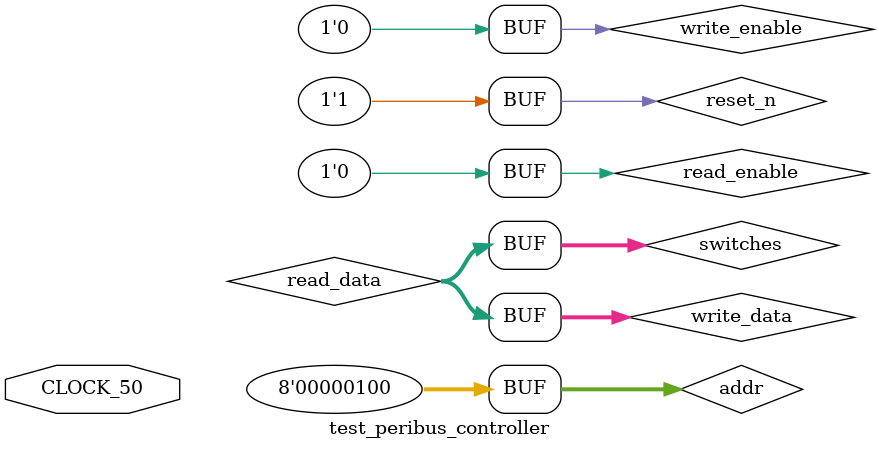
<source format=sv>

`default_nettype none
module test_peribus_controller(input var logic CLOCK_50);
logic [7:0] addr;
logic [15:0] write_data;
logic [15:0] read_data;
logic write_enable;  // interface async
logic read_enable;  // interface async
logic reset_n;
logic irq;
tri [17:0] sw;
tri [17:0] ledr;

Peribus_Controller peribus(
  addr,
  write_data,
  read_data,
  CLOCK_50,  // bus uses own CLOCK_50
  write_enable,  // interface async
  read_enable,  // interface async
  reset_n,
  irq,
  sw,
  ledr
);

logic [15:0] switches;

initial begin
  reset_n = 1'b0;
  addr = 8'd0;  // Switch state port
  write_data = 16'd0;
  write_enable = 1'b0;
  read_enable = 1'b0;
  #20 reset_n = 1'b1;
  #10 read_enable = 1'b1;
  #10 switches = read_data;
  #10 read_enable = 1'b0;
  #10 addr = 8'h05;  // LEDR Direction port
  write_data = 16'hAA55;
  write_enable = 1'b1;
  #10 write_enable = 1'b0;
  write_data = switches;
  #10 addr = 8'h04;  // LEDR state port
  #10 write_enable = 1'b1;
  #10 write_enable = 1'b0;
end

endmodule

</source>
